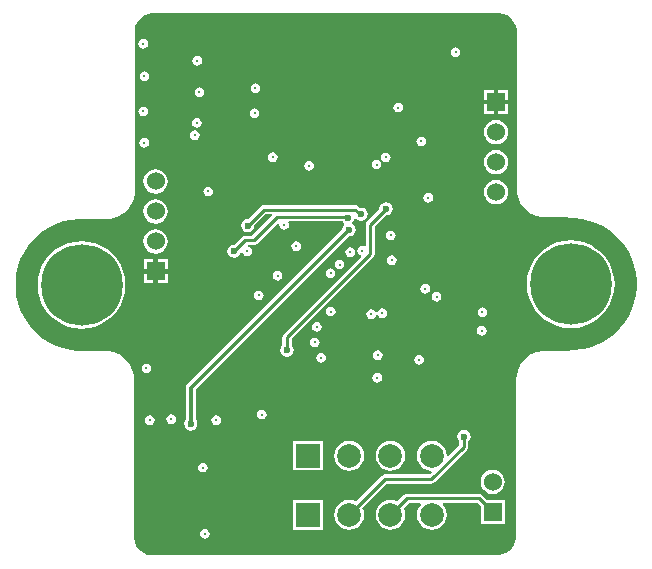
<source format=gbr>
%TF.GenerationSoftware,Altium Limited,Altium Designer,20.0.13 (296)*%
G04 Layer_Physical_Order=2*
G04 Layer_Color=36540*
%FSLAX25Y25*%
%MOIN*%
%TF.FileFunction,Copper,L2,Inr,Signal*%
%TF.Part,Single*%
G01*
G75*
%TA.AperFunction,Conductor*%
%ADD24C,0.01000*%
%ADD25C,0.01181*%
%TA.AperFunction,ComponentPad*%
%ADD28C,0.07874*%
%ADD29R,0.07874X0.07874*%
%ADD30R,0.06000X0.06000*%
%ADD31C,0.06000*%
%ADD32C,0.27165*%
%TA.AperFunction,ViaPad*%
%ADD33C,0.02362*%
%ADD34C,0.01181*%
G36*
X636023Y282060D02*
X637163Y281587D01*
X638190Y280901D01*
X639063Y280028D01*
X639749Y279001D01*
X640222Y277860D01*
X640462Y276649D01*
Y276032D01*
X640463Y276031D01*
X640462Y276031D01*
X640505Y223649D01*
X640521Y223566D01*
X640514Y223482D01*
X640592Y222743D01*
X640614Y222672D01*
Y222598D01*
X640915Y221084D01*
X640975Y220938D01*
X641006Y220783D01*
X641597Y219356D01*
X641685Y219225D01*
X641745Y219079D01*
X642603Y217795D01*
X642715Y217684D01*
X642802Y217552D01*
X643894Y216461D01*
X644025Y216373D01*
X644137Y216261D01*
X645421Y215404D01*
X645567Y215343D01*
X645698Y215255D01*
X647124Y214664D01*
X647279Y214633D01*
X647426Y214573D01*
X648939Y214272D01*
X649058D01*
X649174Y214243D01*
X649481Y214228D01*
X649653Y214194D01*
X649820Y214130D01*
X649958Y214133D01*
X650093Y214106D01*
X657766D01*
X657904Y214014D01*
X657968Y214001D01*
X658026Y213969D01*
X658274Y213941D01*
X658518Y213892D01*
X659755D01*
X662212Y213615D01*
X664623Y213065D01*
X666957Y212248D01*
X669185Y211175D01*
X671278Y209859D01*
X673212Y208318D01*
X674960Y206569D01*
X676502Y204636D01*
X677818Y202542D01*
X678891Y200314D01*
X679707Y197980D01*
X680258Y195569D01*
X680535Y193112D01*
Y190639D01*
X680258Y188182D01*
X679707Y185771D01*
X678891Y183437D01*
X677818Y181209D01*
X676502Y179115D01*
X674961Y177182D01*
X673212Y175433D01*
X671278Y173891D01*
X669185Y172576D01*
X666957Y171503D01*
X664623Y170686D01*
X662212Y170136D01*
X659755Y169859D01*
X658518D01*
X658359Y169827D01*
X658196Y169826D01*
X658055Y169767D01*
X658044Y169765D01*
X650206D01*
X650166Y169757D01*
X650127Y169763D01*
X649850Y169749D01*
X649850Y169749D01*
X649078Y169711D01*
X648963Y169682D01*
X648844D01*
X647330Y169381D01*
X647184Y169321D01*
X647029Y169290D01*
X645603Y168699D01*
X645471Y168611D01*
X645325Y168551D01*
X644042Y167693D01*
X643930Y167581D01*
X643798Y167493D01*
X642707Y166402D01*
X642619Y166271D01*
X642507Y166159D01*
X641650Y164875D01*
X641589Y164729D01*
X641501Y164598D01*
X640911Y163172D01*
X640880Y163017D01*
X640819Y162871D01*
X640518Y161356D01*
Y161238D01*
X640489Y161122D01*
X640479Y160921D01*
X640438Y160859D01*
X640407Y160700D01*
X640345Y160551D01*
X640346Y160396D01*
X640316Y160244D01*
Y108385D01*
X640285Y108322D01*
X640271Y108112D01*
X640230Y107905D01*
Y107288D01*
X639989Y106077D01*
X639516Y104936D01*
X638830Y103910D01*
X637957Y103036D01*
X636930Y102350D01*
X635790Y101878D01*
X634579Y101637D01*
X633961D01*
X633847Y101614D01*
X633730Y101620D01*
X633628Y101605D01*
X519570D01*
X519544Y101600D01*
X519517Y101604D01*
X519237Y101539D01*
X518956Y101483D01*
X518933Y101468D01*
X518907Y101462D01*
X518902Y101459D01*
X518632D01*
X517420Y101700D01*
X516280Y102173D01*
X515253Y102859D01*
X514380Y103732D01*
X513694Y104759D01*
X513221Y105899D01*
X512981Y107110D01*
Y107728D01*
X512954Y107859D01*
X512958Y107994D01*
X512909Y108123D01*
Y160204D01*
X512898Y160258D01*
X512906Y160314D01*
X512853Y161077D01*
X512826Y161177D01*
Y161281D01*
X512525Y162795D01*
X512464Y162941D01*
X512434Y163096D01*
X511843Y164522D01*
X511755Y164653D01*
X511694Y164799D01*
X510837Y166083D01*
X510725Y166195D01*
X510637Y166326D01*
X509546Y167418D01*
X509414Y167506D01*
X509303Y167617D01*
X508019Y168475D01*
X507873Y168535D01*
X507741Y168623D01*
X506315Y169214D01*
X506160Y169245D01*
X506014Y169305D01*
X504500Y169606D01*
X504381D01*
X504266Y169635D01*
X503494Y169673D01*
X503457Y169668D01*
X503420Y169675D01*
X495330Y169699D01*
X495183Y169670D01*
X495034Y169672D01*
X495013Y169664D01*
X494251D01*
X491794Y169941D01*
X489383Y170491D01*
X487049Y171308D01*
X484821Y172381D01*
X482727Y173696D01*
X480794Y175238D01*
X479045Y176987D01*
X477503Y178920D01*
X476188Y181014D01*
X475115Y183242D01*
X474298Y185576D01*
X473748Y187987D01*
X473471Y190444D01*
Y192917D01*
X473748Y195374D01*
X474298Y197785D01*
X475115Y200119D01*
X476188Y202347D01*
X477503Y204441D01*
X479045Y206374D01*
X480794Y208123D01*
X482727Y209665D01*
X484821Y210980D01*
X487049Y212053D01*
X489383Y212870D01*
X491794Y213420D01*
X494251Y213697D01*
X495487D01*
X495511Y213702D01*
X495536Y213698D01*
X495607Y213700D01*
X503643D01*
X503759Y213672D01*
X503828Y213684D01*
X503897Y213673D01*
X504668Y213711D01*
X504784Y213740D01*
X504903D01*
X506417Y214041D01*
X506563Y214102D01*
X506718Y214133D01*
X508144Y214723D01*
X508276Y214811D01*
X508422Y214872D01*
X509705Y215729D01*
X509817Y215841D01*
X509948Y215929D01*
X511040Y217020D01*
X511128Y217152D01*
X511239Y217264D01*
X512097Y218547D01*
X512158Y218693D01*
X512245Y218825D01*
X512836Y220251D01*
X512867Y220406D01*
X512927Y220552D01*
X513229Y222066D01*
Y222185D01*
X513258Y222300D01*
X513296Y223072D01*
X513289Y223112D01*
X513297Y223152D01*
X513259Y275551D01*
X513244Y275626D01*
X513252Y275704D01*
X513216Y276068D01*
Y276608D01*
X513457Y277819D01*
X513930Y278960D01*
X514616Y279987D01*
X515489Y280860D01*
X516516Y281546D01*
X517656Y282018D01*
X518867Y282259D01*
X519485D01*
X519489Y282260D01*
X519493Y282259D01*
X519775Y282261D01*
X633945Y282261D01*
X634070Y282286D01*
X634197Y282281D01*
X634321Y282300D01*
X634811D01*
X636023Y282060D01*
D02*
G37*
%LPC*%
G36*
X516063Y273619D02*
X515443Y273496D01*
X514916Y273144D01*
X514565Y272618D01*
X514441Y271997D01*
X514565Y271377D01*
X514916Y270850D01*
X515443Y270499D01*
X516063Y270376D01*
X516684Y270499D01*
X517210Y270850D01*
X517561Y271377D01*
X517685Y271997D01*
X517561Y272618D01*
X517210Y273144D01*
X516684Y273496D01*
X516063Y273619D01*
D02*
G37*
G36*
X620128Y270862D02*
X619508Y270739D01*
X618982Y270387D01*
X618630Y269861D01*
X618507Y269240D01*
X618630Y268620D01*
X618982Y268094D01*
X619508Y267742D01*
X620128Y267619D01*
X620749Y267742D01*
X621275Y268094D01*
X621627Y268620D01*
X621750Y269240D01*
X621627Y269861D01*
X621275Y270387D01*
X620749Y270739D01*
X620128Y270862D01*
D02*
G37*
G36*
X534004Y267950D02*
X533384Y267827D01*
X532857Y267475D01*
X532506Y266949D01*
X532382Y266329D01*
X532506Y265708D01*
X532857Y265182D01*
X533384Y264830D01*
X534004Y264707D01*
X534625Y264830D01*
X535151Y265182D01*
X535502Y265708D01*
X535626Y266329D01*
X535502Y266949D01*
X535151Y267475D01*
X534625Y267827D01*
X534004Y267950D01*
D02*
G37*
G36*
X516425Y262849D02*
X515804Y262725D01*
X515278Y262374D01*
X514927Y261848D01*
X514803Y261227D01*
X514927Y260606D01*
X515278Y260080D01*
X515804Y259729D01*
X516425Y259605D01*
X517046Y259729D01*
X517572Y260080D01*
X517923Y260606D01*
X518047Y261227D01*
X517923Y261848D01*
X517572Y262374D01*
X517046Y262725D01*
X516425Y262849D01*
D02*
G37*
G36*
X553455Y258872D02*
X552835Y258749D01*
X552308Y258397D01*
X551957Y257871D01*
X551833Y257251D01*
X551957Y256630D01*
X552308Y256104D01*
X552835Y255752D01*
X553455Y255629D01*
X554076Y255752D01*
X554602Y256104D01*
X554953Y256630D01*
X555077Y257251D01*
X554953Y257871D01*
X554602Y258397D01*
X554076Y258749D01*
X553455Y258872D01*
D02*
G37*
G36*
X534770Y257519D02*
X534150Y257396D01*
X533624Y257044D01*
X533272Y256518D01*
X533149Y255897D01*
X533272Y255277D01*
X533624Y254751D01*
X534150Y254399D01*
X534770Y254276D01*
X535391Y254399D01*
X535917Y254751D01*
X536269Y255277D01*
X536392Y255897D01*
X536269Y256518D01*
X535917Y257044D01*
X535391Y257396D01*
X534770Y257519D01*
D02*
G37*
G36*
X637638Y256554D02*
X634388D01*
Y253304D01*
X637638D01*
Y256554D01*
D02*
G37*
G36*
X632888D02*
X629638D01*
Y253304D01*
X632888D01*
Y256554D01*
D02*
G37*
G36*
X601079Y252366D02*
X600458Y252242D01*
X599932Y251891D01*
X599581Y251365D01*
X599457Y250744D01*
X599581Y250124D01*
X599932Y249597D01*
X600458Y249246D01*
X601079Y249122D01*
X601699Y249246D01*
X602226Y249597D01*
X602577Y250124D01*
X602701Y250744D01*
X602577Y251365D01*
X602226Y251891D01*
X601699Y252242D01*
X601079Y252366D01*
D02*
G37*
G36*
X637638Y251804D02*
X634388D01*
Y248554D01*
X637638D01*
Y251804D01*
D02*
G37*
G36*
X632888D02*
X629638D01*
Y248554D01*
X632888D01*
Y251804D01*
D02*
G37*
G36*
X516031Y251086D02*
X515410Y250962D01*
X514884Y250611D01*
X514533Y250085D01*
X514409Y249464D01*
X514533Y248843D01*
X514884Y248317D01*
X515410Y247966D01*
X516031Y247842D01*
X516652Y247966D01*
X517178Y248317D01*
X517529Y248843D01*
X517653Y249464D01*
X517529Y250085D01*
X517178Y250611D01*
X516652Y250962D01*
X516031Y251086D01*
D02*
G37*
G36*
X553138Y250459D02*
X552517Y250336D01*
X551991Y249984D01*
X551639Y249458D01*
X551516Y248837D01*
X551639Y248217D01*
X551991Y247691D01*
X552517Y247339D01*
X553138Y247216D01*
X553758Y247339D01*
X554284Y247691D01*
X554636Y248217D01*
X554759Y248837D01*
X554636Y249458D01*
X554284Y249984D01*
X553758Y250336D01*
X553138Y250459D01*
D02*
G37*
G36*
X533864Y247229D02*
X533243Y247105D01*
X532717Y246754D01*
X532366Y246227D01*
X532242Y245607D01*
X532366Y244986D01*
X532717Y244460D01*
X533243Y244109D01*
X533864Y243985D01*
X534484Y244109D01*
X535010Y244460D01*
X535362Y244986D01*
X535486Y245607D01*
X535362Y246227D01*
X535010Y246754D01*
X534484Y247105D01*
X533864Y247229D01*
D02*
G37*
G36*
X533209Y243112D02*
X532588Y242989D01*
X532062Y242637D01*
X531711Y242111D01*
X531587Y241490D01*
X531711Y240870D01*
X532062Y240344D01*
X532588Y239992D01*
X533209Y239869D01*
X533829Y239992D01*
X534356Y240344D01*
X534707Y240870D01*
X534831Y241490D01*
X534707Y242111D01*
X534356Y242637D01*
X533829Y242989D01*
X533209Y243112D01*
D02*
G37*
G36*
X633638Y246588D02*
X632593Y246451D01*
X631620Y246048D01*
X630785Y245407D01*
X630144Y244571D01*
X629740Y243598D01*
X629603Y242554D01*
X629740Y241510D01*
X630144Y240537D01*
X630785Y239701D01*
X631620Y239060D01*
X632593Y238657D01*
X633638Y238519D01*
X634682Y238657D01*
X635655Y239060D01*
X636490Y239701D01*
X637132Y240537D01*
X637535Y241510D01*
X637672Y242554D01*
X637535Y243598D01*
X637132Y244571D01*
X636490Y245407D01*
X635655Y246048D01*
X634682Y246451D01*
X633638Y246588D01*
D02*
G37*
G36*
X608696Y241067D02*
X608075Y240944D01*
X607549Y240592D01*
X607197Y240066D01*
X607074Y239446D01*
X607197Y238825D01*
X607549Y238299D01*
X608075Y237947D01*
X608696Y237824D01*
X609316Y237947D01*
X609842Y238299D01*
X610194Y238825D01*
X610317Y239446D01*
X610194Y240066D01*
X609842Y240592D01*
X609316Y240944D01*
X608696Y241067D01*
D02*
G37*
G36*
X516379Y240587D02*
X515758Y240464D01*
X515232Y240112D01*
X514881Y239586D01*
X514757Y238966D01*
X514881Y238345D01*
X515232Y237819D01*
X515758Y237467D01*
X516379Y237344D01*
X516999Y237467D01*
X517525Y237819D01*
X517877Y238345D01*
X518001Y238966D01*
X517877Y239586D01*
X517525Y240112D01*
X516999Y240464D01*
X516379Y240587D01*
D02*
G37*
G36*
X559179Y235800D02*
X558559Y235676D01*
X558033Y235325D01*
X557681Y234798D01*
X557558Y234178D01*
X557681Y233557D01*
X558033Y233031D01*
X558559Y232680D01*
X559179Y232556D01*
X559800Y232680D01*
X560326Y233031D01*
X560678Y233557D01*
X560801Y234178D01*
X560678Y234798D01*
X560326Y235325D01*
X559800Y235676D01*
X559179Y235800D01*
D02*
G37*
G36*
X596928Y235755D02*
X596307Y235631D01*
X595781Y235280D01*
X595430Y234754D01*
X595306Y234133D01*
X595430Y233512D01*
X595781Y232986D01*
X596307Y232635D01*
X596928Y232511D01*
X597548Y232635D01*
X598075Y232986D01*
X598426Y233512D01*
X598550Y234133D01*
X598426Y234754D01*
X598075Y235280D01*
X597548Y235631D01*
X596928Y235755D01*
D02*
G37*
G36*
X593819Y233368D02*
X593198Y233245D01*
X592672Y232893D01*
X592320Y232367D01*
X592197Y231747D01*
X592320Y231126D01*
X592672Y230600D01*
X593198Y230248D01*
X593819Y230125D01*
X594439Y230248D01*
X594965Y230600D01*
X595317Y231126D01*
X595440Y231747D01*
X595317Y232367D01*
X594965Y232893D01*
X594439Y233245D01*
X593819Y233368D01*
D02*
G37*
G36*
X571304Y232987D02*
X570683Y232863D01*
X570157Y232512D01*
X569805Y231985D01*
X569682Y231365D01*
X569805Y230744D01*
X570157Y230218D01*
X570683Y229867D01*
X571304Y229743D01*
X571924Y229867D01*
X572450Y230218D01*
X572802Y230744D01*
X572925Y231365D01*
X572802Y231985D01*
X572450Y232512D01*
X571924Y232863D01*
X571304Y232987D01*
D02*
G37*
G36*
X633638Y236588D02*
X632593Y236451D01*
X631620Y236048D01*
X630785Y235407D01*
X630144Y234571D01*
X629740Y233598D01*
X629603Y232554D01*
X629740Y231510D01*
X630144Y230537D01*
X630785Y229701D01*
X631620Y229060D01*
X632593Y228657D01*
X633638Y228519D01*
X634682Y228657D01*
X635655Y229060D01*
X636490Y229701D01*
X637132Y230537D01*
X637535Y231510D01*
X637672Y232554D01*
X637535Y233598D01*
X637132Y234571D01*
X636490Y235407D01*
X635655Y236048D01*
X634682Y236451D01*
X633638Y236588D01*
D02*
G37*
G36*
X520139Y230171D02*
X519095Y230034D01*
X518122Y229631D01*
X517286Y228990D01*
X516645Y228154D01*
X516242Y227181D01*
X516105Y226137D01*
X516242Y225093D01*
X516645Y224120D01*
X517286Y223284D01*
X518122Y222643D01*
X519095Y222240D01*
X520139Y222102D01*
X521183Y222240D01*
X522156Y222643D01*
X522992Y223284D01*
X523633Y224120D01*
X524036Y225093D01*
X524173Y226137D01*
X524036Y227181D01*
X523633Y228154D01*
X522992Y228990D01*
X522156Y229631D01*
X521183Y230034D01*
X520139Y230171D01*
D02*
G37*
G36*
X537640Y224404D02*
X537020Y224281D01*
X536494Y223929D01*
X536142Y223403D01*
X536019Y222783D01*
X536142Y222162D01*
X536494Y221636D01*
X537020Y221284D01*
X537640Y221161D01*
X538261Y221284D01*
X538787Y221636D01*
X539139Y222162D01*
X539262Y222783D01*
X539139Y223403D01*
X538787Y223929D01*
X538261Y224281D01*
X537640Y224404D01*
D02*
G37*
G36*
X611007Y222298D02*
X610387Y222175D01*
X609860Y221823D01*
X609509Y221297D01*
X609385Y220676D01*
X609509Y220056D01*
X609860Y219530D01*
X610387Y219178D01*
X611007Y219055D01*
X611628Y219178D01*
X612154Y219530D01*
X612505Y220056D01*
X612629Y220676D01*
X612505Y221297D01*
X612154Y221823D01*
X611628Y222175D01*
X611007Y222298D01*
D02*
G37*
G36*
X633638Y226588D02*
X632593Y226451D01*
X631620Y226048D01*
X630785Y225407D01*
X630144Y224571D01*
X629740Y223598D01*
X629603Y222554D01*
X629740Y221510D01*
X630144Y220537D01*
X630785Y219701D01*
X631620Y219060D01*
X632593Y218657D01*
X633638Y218519D01*
X634682Y218657D01*
X635655Y219060D01*
X636490Y219701D01*
X637132Y220537D01*
X637535Y221510D01*
X637672Y222554D01*
X637535Y223598D01*
X637132Y224571D01*
X636490Y225407D01*
X635655Y226048D01*
X634682Y226451D01*
X633638Y226588D01*
D02*
G37*
G36*
X597000Y219224D02*
X596149Y219055D01*
X595428Y218572D01*
X594945Y217851D01*
X594776Y217000D01*
X594786Y216949D01*
X590608Y212771D01*
X590277Y212275D01*
X590160Y211690D01*
Y204669D01*
X589719Y204433D01*
X589645Y204483D01*
X589024Y204606D01*
X588404Y204483D01*
X587878Y204131D01*
X587526Y203605D01*
X587403Y202985D01*
X587526Y202364D01*
X587878Y201838D01*
X588404Y201486D01*
X588491Y201469D01*
X588637Y200991D01*
X562867Y175221D01*
X562536Y174725D01*
X562420Y174140D01*
Y171469D01*
X562376Y171440D01*
X561894Y170719D01*
X561725Y169868D01*
X561894Y169017D01*
X562376Y168295D01*
X563098Y167813D01*
X563949Y167644D01*
X564800Y167813D01*
X565521Y168295D01*
X566004Y169017D01*
X566173Y169868D01*
X566004Y170719D01*
X565521Y171440D01*
X565478Y171469D01*
Y173506D01*
X592771Y200799D01*
X593103Y201295D01*
X593219Y201881D01*
Y211056D01*
X596949Y214786D01*
X597000Y214776D01*
X597851Y214945D01*
X598572Y215427D01*
X599055Y216149D01*
X599224Y217000D01*
X599055Y217851D01*
X598572Y218572D01*
X597851Y219055D01*
X597000Y219224D01*
D02*
G37*
G36*
X586692Y218293D02*
X556254D01*
X555669Y218176D01*
X555173Y217845D01*
X550943Y213615D01*
X550892Y213625D01*
X550041Y213456D01*
X549320Y212974D01*
X548838Y212252D01*
X548668Y211402D01*
X548838Y210550D01*
X549320Y209829D01*
X550041Y209347D01*
X550892Y209178D01*
X551743Y209347D01*
X552465Y209829D01*
X552947Y210550D01*
X553116Y211402D01*
X553106Y211452D01*
X556888Y215234D01*
X558807D01*
X558998Y214772D01*
X552227Y208001D01*
X549968D01*
X549383Y207885D01*
X548886Y207553D01*
X546396Y205062D01*
X546345Y205072D01*
X545494Y204903D01*
X544772Y204421D01*
X544290Y203700D01*
X544121Y202849D01*
X544290Y201997D01*
X544772Y201276D01*
X545494Y200794D01*
X546345Y200625D01*
X547196Y200794D01*
X547917Y201276D01*
X548399Y201997D01*
X548488Y202445D01*
X548602Y202499D01*
X549163Y202242D01*
X549515Y201716D01*
X550041Y201364D01*
X550662Y201241D01*
X551282Y201364D01*
X551808Y201716D01*
X552160Y202242D01*
X552283Y202863D01*
X552160Y203483D01*
X551808Y204009D01*
X551282Y204361D01*
X550874Y204442D01*
X550923Y204942D01*
X552860D01*
X553446Y205059D01*
X553942Y205390D01*
X560873Y212321D01*
X560993Y212307D01*
X561394Y211759D01*
X561378Y211675D01*
X561501Y211054D01*
X561853Y210528D01*
X562379Y210176D01*
X562999Y210053D01*
X563620Y210176D01*
X564146Y210528D01*
X564498Y211054D01*
X564621Y211675D01*
X564498Y212295D01*
X564448Y212370D01*
X564683Y212811D01*
X582508D01*
X582699Y212526D01*
X583123Y212242D01*
Y211641D01*
X583048Y211591D01*
X582566Y210869D01*
X582414Y210105D01*
X530753Y158444D01*
X530402Y157918D01*
X530278Y157298D01*
Y146796D01*
X529845Y146148D01*
X529676Y145297D01*
X529845Y144446D01*
X530328Y143725D01*
X531049Y143243D01*
X531900Y143073D01*
X532751Y143243D01*
X533472Y143725D01*
X533955Y144446D01*
X534124Y145297D01*
X533955Y146148D01*
X533522Y146796D01*
Y156626D01*
X584708Y207812D01*
X585472Y207964D01*
X586193Y208446D01*
X586675Y209167D01*
X586844Y210018D01*
X586675Y210869D01*
X586193Y211591D01*
X585769Y211874D01*
Y212476D01*
X585844Y212526D01*
X586326Y213247D01*
X586412Y213681D01*
X586943Y213786D01*
X587044Y213634D01*
X587766Y213152D01*
X588617Y212983D01*
X589468Y213152D01*
X590189Y213634D01*
X590671Y214356D01*
X590841Y215207D01*
X590671Y216058D01*
X590189Y216779D01*
X589468Y217262D01*
X588617Y217431D01*
X588259Y217359D01*
X587773Y217845D01*
X587277Y218176D01*
X586692Y218293D01*
D02*
G37*
G36*
X520139Y220171D02*
X519095Y220034D01*
X518122Y219631D01*
X517286Y218990D01*
X516645Y218154D01*
X516242Y217181D01*
X516105Y216137D01*
X516242Y215093D01*
X516645Y214120D01*
X517286Y213284D01*
X518122Y212643D01*
X519095Y212240D01*
X520139Y212102D01*
X521183Y212240D01*
X522156Y212643D01*
X522992Y213284D01*
X523633Y214120D01*
X524036Y215093D01*
X524173Y216137D01*
X524036Y217181D01*
X523633Y218154D01*
X522992Y218990D01*
X522156Y219631D01*
X521183Y220034D01*
X520139Y220171D01*
D02*
G37*
G36*
X598553Y209764D02*
X597932Y209641D01*
X597406Y209289D01*
X597054Y208763D01*
X596931Y208143D01*
X597054Y207522D01*
X597406Y206996D01*
X597932Y206644D01*
X598553Y206521D01*
X599173Y206644D01*
X599699Y206996D01*
X600051Y207522D01*
X600174Y208143D01*
X600051Y208763D01*
X599699Y209289D01*
X599173Y209641D01*
X598553Y209764D01*
D02*
G37*
G36*
X567000Y206122D02*
X566379Y205998D01*
X565853Y205647D01*
X565502Y205121D01*
X565378Y204500D01*
X565502Y203879D01*
X565853Y203353D01*
X566379Y203002D01*
X567000Y202878D01*
X567621Y203002D01*
X568147Y203353D01*
X568498Y203879D01*
X568622Y204500D01*
X568498Y205121D01*
X568147Y205647D01*
X567621Y205998D01*
X567000Y206122D01*
D02*
G37*
G36*
X520139Y210171D02*
X519095Y210034D01*
X518122Y209631D01*
X517286Y208990D01*
X516645Y208154D01*
X516242Y207181D01*
X516105Y206137D01*
X516242Y205093D01*
X516645Y204120D01*
X517286Y203284D01*
X518122Y202643D01*
X519095Y202240D01*
X520139Y202102D01*
X521183Y202240D01*
X522156Y202643D01*
X522992Y203284D01*
X523633Y204120D01*
X524036Y205093D01*
X524173Y206137D01*
X524036Y207181D01*
X523633Y208154D01*
X522992Y208990D01*
X522156Y209631D01*
X521183Y210034D01*
X520139Y210171D01*
D02*
G37*
G36*
X585000Y204122D02*
X584379Y203998D01*
X583853Y203647D01*
X583502Y203121D01*
X583378Y202500D01*
X583502Y201879D01*
X583853Y201353D01*
X584379Y201002D01*
X585000Y200878D01*
X585621Y201002D01*
X586147Y201353D01*
X586498Y201879D01*
X586622Y202500D01*
X586498Y203121D01*
X586147Y203647D01*
X585621Y203998D01*
X585000Y204122D01*
D02*
G37*
G36*
X598907Y201485D02*
X598286Y201361D01*
X597760Y201010D01*
X597409Y200483D01*
X597285Y199863D01*
X597409Y199242D01*
X597760Y198716D01*
X598286Y198365D01*
X598907Y198241D01*
X599528Y198365D01*
X600054Y198716D01*
X600405Y199242D01*
X600529Y199863D01*
X600405Y200483D01*
X600054Y201010D01*
X599528Y201361D01*
X598907Y201485D01*
D02*
G37*
G36*
X524139Y200137D02*
X520889D01*
Y196887D01*
X524139D01*
Y200137D01*
D02*
G37*
G36*
X519389D02*
X516139D01*
Y196887D01*
X519389D01*
Y200137D01*
D02*
G37*
G36*
X581463Y200044D02*
X580843Y199920D01*
X580317Y199569D01*
X579965Y199043D01*
X579842Y198422D01*
X579965Y197802D01*
X580317Y197275D01*
X580843Y196924D01*
X581463Y196800D01*
X582084Y196924D01*
X582610Y197275D01*
X582962Y197802D01*
X583085Y198422D01*
X582962Y199043D01*
X582610Y199569D01*
X582084Y199920D01*
X581463Y200044D01*
D02*
G37*
G36*
X578500Y197122D02*
X577879Y196998D01*
X577353Y196647D01*
X577002Y196121D01*
X576878Y195500D01*
X577002Y194879D01*
X577353Y194353D01*
X577879Y194002D01*
X578500Y193878D01*
X579121Y194002D01*
X579647Y194353D01*
X579998Y194879D01*
X580122Y195500D01*
X579998Y196121D01*
X579647Y196647D01*
X579121Y196998D01*
X578500Y197122D01*
D02*
G37*
G36*
X560797Y196290D02*
X560177Y196167D01*
X559651Y195815D01*
X559299Y195289D01*
X559176Y194669D01*
X559299Y194048D01*
X559651Y193522D01*
X560177Y193170D01*
X560797Y193047D01*
X561418Y193170D01*
X561944Y193522D01*
X562295Y194048D01*
X562419Y194669D01*
X562295Y195289D01*
X561944Y195815D01*
X561418Y196167D01*
X560797Y196290D01*
D02*
G37*
G36*
X524139Y195387D02*
X520889D01*
Y192137D01*
X524139D01*
Y195387D01*
D02*
G37*
G36*
X519389D02*
X516139D01*
Y192137D01*
X519389D01*
Y195387D01*
D02*
G37*
G36*
X610056Y192007D02*
X609436Y191884D01*
X608910Y191532D01*
X608558Y191006D01*
X608435Y190386D01*
X608558Y189765D01*
X608910Y189239D01*
X609436Y188887D01*
X610056Y188764D01*
X610677Y188887D01*
X611203Y189239D01*
X611555Y189765D01*
X611678Y190386D01*
X611555Y191006D01*
X611203Y191532D01*
X610677Y191884D01*
X610056Y192007D01*
D02*
G37*
G36*
X554583Y189745D02*
X553963Y189622D01*
X553436Y189270D01*
X553085Y188744D01*
X552961Y188124D01*
X553085Y187503D01*
X553436Y186977D01*
X553963Y186625D01*
X554583Y186502D01*
X555204Y186625D01*
X555730Y186977D01*
X556081Y187503D01*
X556205Y188124D01*
X556081Y188744D01*
X555730Y189270D01*
X555204Y189622D01*
X554583Y189745D01*
D02*
G37*
G36*
X613836Y189294D02*
X613215Y189170D01*
X612689Y188819D01*
X612338Y188293D01*
X612214Y187672D01*
X612338Y187051D01*
X612689Y186525D01*
X613215Y186174D01*
X613836Y186050D01*
X614457Y186174D01*
X614983Y186525D01*
X615334Y187051D01*
X615458Y187672D01*
X615334Y188293D01*
X614983Y188819D01*
X614457Y189170D01*
X613836Y189294D01*
D02*
G37*
G36*
X595668Y183828D02*
X595047Y183705D01*
X594521Y183353D01*
X594170Y182827D01*
X594082Y182386D01*
X594046Y182206D01*
X593561Y182136D01*
X593498Y182454D01*
X593147Y182980D01*
X592621Y183332D01*
X592000Y183455D01*
X591379Y183332D01*
X590853Y182980D01*
X590502Y182454D01*
X590378Y181833D01*
X590502Y181213D01*
X590853Y180687D01*
X591379Y180335D01*
X592000Y180212D01*
X592621Y180335D01*
X593147Y180687D01*
X593498Y181213D01*
X593586Y181653D01*
X593622Y181833D01*
X594107Y181903D01*
X594170Y181586D01*
X594521Y181060D01*
X595047Y180708D01*
X595668Y180585D01*
X596289Y180708D01*
X596815Y181060D01*
X597166Y181586D01*
X597290Y182206D01*
X597166Y182827D01*
X596815Y183353D01*
X596289Y183705D01*
X595668Y183828D01*
D02*
G37*
G36*
X578505Y184390D02*
X577884Y184266D01*
X577358Y183915D01*
X577006Y183388D01*
X576883Y182768D01*
X577006Y182147D01*
X577358Y181621D01*
X577884Y181270D01*
X578505Y181146D01*
X579125Y181270D01*
X579651Y181621D01*
X580003Y182147D01*
X580126Y182768D01*
X580003Y183388D01*
X579651Y183915D01*
X579125Y184266D01*
X578505Y184390D01*
D02*
G37*
G36*
X629082Y184217D02*
X628462Y184094D01*
X627935Y183742D01*
X627584Y183216D01*
X627460Y182595D01*
X627584Y181975D01*
X627935Y181449D01*
X628462Y181097D01*
X629082Y180974D01*
X629703Y181097D01*
X630229Y181449D01*
X630580Y181975D01*
X630704Y182595D01*
X630580Y183216D01*
X630229Y183742D01*
X629703Y184094D01*
X629082Y184217D01*
D02*
G37*
G36*
X658523Y206497D02*
X656235Y206317D01*
X654003Y205781D01*
X651883Y204903D01*
X649925Y203703D01*
X648180Y202213D01*
X646689Y200467D01*
X645490Y198510D01*
X644612Y196390D01*
X644076Y194158D01*
X643896Y191869D01*
X644076Y189581D01*
X644612Y187349D01*
X645490Y185229D01*
X646689Y183271D01*
X648180Y181526D01*
X649925Y180035D01*
X651883Y178836D01*
X654003Y177957D01*
X656235Y177422D01*
X658523Y177242D01*
X660812Y177422D01*
X663044Y177957D01*
X665164Y178836D01*
X667121Y180035D01*
X668867Y181526D01*
X670358Y183271D01*
X671557Y185229D01*
X672435Y187349D01*
X672971Y189581D01*
X673151Y191869D01*
X672971Y194158D01*
X672435Y196390D01*
X671557Y198510D01*
X670358Y200467D01*
X668867Y202213D01*
X667121Y203703D01*
X665164Y204903D01*
X663044Y205781D01*
X660812Y206317D01*
X658523Y206497D01*
D02*
G37*
G36*
X495469Y206235D02*
X493180Y206055D01*
X490948Y205519D01*
X488828Y204640D01*
X486871Y203441D01*
X485125Y201950D01*
X483635Y200205D01*
X482435Y198248D01*
X481557Y196127D01*
X481021Y193895D01*
X480841Y191607D01*
X481021Y189319D01*
X481557Y187087D01*
X482435Y184966D01*
X483635Y183009D01*
X485125Y181263D01*
X486871Y179773D01*
X488828Y178574D01*
X490948Y177695D01*
X493180Y177159D01*
X495469Y176979D01*
X497757Y177159D01*
X499989Y177695D01*
X502109Y178574D01*
X504067Y179773D01*
X505812Y181263D01*
X507303Y183009D01*
X508502Y184966D01*
X509380Y187087D01*
X509916Y189319D01*
X510096Y191607D01*
X509916Y193895D01*
X509380Y196127D01*
X508502Y198248D01*
X507303Y200205D01*
X505812Y201950D01*
X504067Y203441D01*
X502109Y204640D01*
X499989Y205519D01*
X497757Y206055D01*
X495469Y206235D01*
D02*
G37*
G36*
X573895Y179230D02*
X573275Y179107D01*
X572748Y178755D01*
X572397Y178229D01*
X572273Y177609D01*
X572397Y176988D01*
X572748Y176462D01*
X573275Y176110D01*
X573895Y175987D01*
X574516Y176110D01*
X575042Y176462D01*
X575393Y176988D01*
X575517Y177609D01*
X575393Y178229D01*
X575042Y178755D01*
X574516Y179107D01*
X573895Y179230D01*
D02*
G37*
G36*
X628868Y177994D02*
X628247Y177870D01*
X627721Y177519D01*
X627369Y176993D01*
X627246Y176372D01*
X627369Y175751D01*
X627721Y175225D01*
X628247Y174874D01*
X628868Y174750D01*
X629488Y174874D01*
X630014Y175225D01*
X630366Y175751D01*
X630489Y176372D01*
X630366Y176993D01*
X630014Y177519D01*
X629488Y177870D01*
X628868Y177994D01*
D02*
G37*
G36*
X573182Y174064D02*
X572561Y173941D01*
X572035Y173589D01*
X571684Y173063D01*
X571560Y172442D01*
X571684Y171822D01*
X572035Y171295D01*
X572561Y170944D01*
X573182Y170820D01*
X573802Y170944D01*
X574329Y171295D01*
X574680Y171822D01*
X574803Y172442D01*
X574680Y173063D01*
X574329Y173589D01*
X573802Y173941D01*
X573182Y174064D01*
D02*
G37*
G36*
X594271Y169778D02*
X593650Y169654D01*
X593124Y169303D01*
X592773Y168777D01*
X592649Y168156D01*
X592773Y167535D01*
X593124Y167009D01*
X593650Y166658D01*
X594271Y166534D01*
X594892Y166658D01*
X595418Y167009D01*
X595769Y167535D01*
X595893Y168156D01*
X595769Y168777D01*
X595418Y169303D01*
X594892Y169654D01*
X594271Y169778D01*
D02*
G37*
G36*
X575311Y168983D02*
X574690Y168860D01*
X574164Y168508D01*
X573813Y167982D01*
X573689Y167361D01*
X573813Y166741D01*
X574164Y166215D01*
X574690Y165863D01*
X575311Y165740D01*
X575932Y165863D01*
X576458Y166215D01*
X576809Y166741D01*
X576933Y167361D01*
X576809Y167982D01*
X576458Y168508D01*
X575932Y168860D01*
X575311Y168983D01*
D02*
G37*
G36*
X607977Y168340D02*
X607356Y168217D01*
X606830Y167865D01*
X606479Y167339D01*
X606355Y166718D01*
X606479Y166098D01*
X606830Y165571D01*
X607356Y165220D01*
X607977Y165096D01*
X608598Y165220D01*
X609124Y165571D01*
X609475Y166098D01*
X609599Y166718D01*
X609475Y167339D01*
X609124Y167865D01*
X608598Y168217D01*
X607977Y168340D01*
D02*
G37*
G36*
X517109Y165422D02*
X516489Y165299D01*
X515963Y164947D01*
X515611Y164421D01*
X515488Y163801D01*
X515611Y163180D01*
X515963Y162654D01*
X516489Y162302D01*
X517109Y162179D01*
X517730Y162302D01*
X518256Y162654D01*
X518608Y163180D01*
X518731Y163801D01*
X518608Y164421D01*
X518256Y164947D01*
X517730Y165299D01*
X517109Y165422D01*
D02*
G37*
G36*
X594007Y162338D02*
X593386Y162215D01*
X592860Y161863D01*
X592508Y161337D01*
X592385Y160716D01*
X592508Y160096D01*
X592860Y159570D01*
X593386Y159218D01*
X594007Y159095D01*
X594627Y159218D01*
X595153Y159570D01*
X595505Y160096D01*
X595628Y160716D01*
X595505Y161337D01*
X595153Y161863D01*
X594627Y162215D01*
X594007Y162338D01*
D02*
G37*
G36*
X555546Y150024D02*
X554926Y149901D01*
X554400Y149549D01*
X554048Y149023D01*
X553925Y148403D01*
X554048Y147782D01*
X554400Y147256D01*
X554926Y146905D01*
X555546Y146781D01*
X556167Y146905D01*
X556693Y147256D01*
X557045Y147782D01*
X557168Y148403D01*
X557045Y149023D01*
X556693Y149549D01*
X556167Y149901D01*
X555546Y150024D01*
D02*
G37*
G36*
X525412Y148516D02*
X524791Y148392D01*
X524265Y148041D01*
X523913Y147515D01*
X523790Y146894D01*
X523913Y146273D01*
X524265Y145747D01*
X524791Y145396D01*
X525412Y145272D01*
X526032Y145396D01*
X526558Y145747D01*
X526910Y146273D01*
X527033Y146894D01*
X526910Y147515D01*
X526558Y148041D01*
X526032Y148392D01*
X525412Y148516D01*
D02*
G37*
G36*
X518172Y148181D02*
X517551Y148057D01*
X517025Y147706D01*
X516673Y147179D01*
X516550Y146559D01*
X516673Y145938D01*
X517025Y145412D01*
X517551Y145061D01*
X518172Y144937D01*
X518792Y145061D01*
X519318Y145412D01*
X519670Y145938D01*
X519793Y146559D01*
X519670Y147179D01*
X519318Y147706D01*
X518792Y148057D01*
X518172Y148181D01*
D02*
G37*
G36*
X540353Y148148D02*
X539733Y148024D01*
X539206Y147673D01*
X538855Y147147D01*
X538731Y146526D01*
X538855Y145906D01*
X539206Y145380D01*
X539733Y145028D01*
X540353Y144905D01*
X540974Y145028D01*
X541500Y145380D01*
X541851Y145906D01*
X541975Y146526D01*
X541851Y147147D01*
X541500Y147673D01*
X540974Y148024D01*
X540353Y148148D01*
D02*
G37*
G36*
X622921Y143292D02*
X622070Y143123D01*
X621348Y142640D01*
X620866Y141919D01*
X620697Y141068D01*
X620866Y140217D01*
X621348Y139496D01*
X621391Y139467D01*
Y138373D01*
X617674Y134655D01*
X617191Y134880D01*
X617043Y136007D01*
X616545Y137208D01*
X615754Y138239D01*
X614723Y139031D01*
X613522Y139528D01*
X612233Y139698D01*
X610944Y139528D01*
X609743Y139031D01*
X608712Y138239D01*
X607920Y137208D01*
X607423Y136007D01*
X607253Y134718D01*
X607423Y133429D01*
X607920Y132228D01*
X608712Y131197D01*
X609743Y130406D01*
X610944Y129908D01*
X612071Y129760D01*
X612296Y129277D01*
X611461Y128443D01*
X596554D01*
X595969Y128326D01*
X595473Y127995D01*
X586923Y119445D01*
X585962Y119843D01*
X584674Y120013D01*
X583385Y119843D01*
X582184Y119345D01*
X581152Y118554D01*
X580361Y117523D01*
X579864Y116322D01*
X579694Y115033D01*
X579864Y113744D01*
X580361Y112543D01*
X581152Y111512D01*
X582184Y110721D01*
X583385Y110223D01*
X584674Y110053D01*
X585962Y110223D01*
X587163Y110721D01*
X588195Y111512D01*
X588986Y112543D01*
X589483Y113744D01*
X589653Y115033D01*
X589483Y116322D01*
X589086Y117282D01*
X597188Y125384D01*
X612095D01*
X612680Y125501D01*
X613176Y125832D01*
X624002Y136658D01*
X624334Y137154D01*
X624450Y137739D01*
Y139467D01*
X624493Y139496D01*
X624975Y140217D01*
X625145Y141068D01*
X624975Y141919D01*
X624493Y142640D01*
X623772Y143123D01*
X622921Y143292D01*
D02*
G37*
G36*
X575831Y139655D02*
X565957D01*
Y129781D01*
X575831D01*
Y139655D01*
D02*
G37*
G36*
X598453Y139698D02*
X597164Y139528D01*
X595963Y139031D01*
X594932Y138239D01*
X594141Y137208D01*
X593643Y136007D01*
X593474Y134718D01*
X593643Y133429D01*
X594141Y132228D01*
X594932Y131197D01*
X595963Y130406D01*
X597164Y129908D01*
X598453Y129738D01*
X599742Y129908D01*
X600943Y130406D01*
X601974Y131197D01*
X602766Y132228D01*
X603263Y133429D01*
X603433Y134718D01*
X603263Y136007D01*
X602766Y137208D01*
X601974Y138239D01*
X600943Y139031D01*
X599742Y139528D01*
X598453Y139698D01*
D02*
G37*
G36*
X584674D02*
X583385Y139528D01*
X582184Y139031D01*
X581152Y138239D01*
X580361Y137208D01*
X579864Y136007D01*
X579694Y134718D01*
X579864Y133429D01*
X580361Y132228D01*
X581152Y131197D01*
X582184Y130406D01*
X583385Y129908D01*
X584674Y129738D01*
X585962Y129908D01*
X587163Y130406D01*
X588195Y131197D01*
X588986Y132228D01*
X589483Y133429D01*
X589653Y134718D01*
X589483Y136007D01*
X588986Y137208D01*
X588195Y138239D01*
X587163Y139031D01*
X585962Y139528D01*
X584674Y139698D01*
D02*
G37*
G36*
X535945Y132347D02*
X535324Y132224D01*
X534798Y131872D01*
X534447Y131346D01*
X534323Y130725D01*
X534447Y130105D01*
X534798Y129579D01*
X535324Y129227D01*
X535945Y129104D01*
X536566Y129227D01*
X537092Y129579D01*
X537443Y130105D01*
X537567Y130725D01*
X537443Y131346D01*
X537092Y131872D01*
X536566Y132224D01*
X535945Y132347D01*
D02*
G37*
G36*
X632500Y129995D02*
X631456Y129858D01*
X630483Y129455D01*
X629647Y128814D01*
X629006Y127978D01*
X628603Y127005D01*
X628466Y125961D01*
X628603Y124916D01*
X629006Y123943D01*
X629647Y123108D01*
X630483Y122467D01*
X631456Y122064D01*
X632500Y121926D01*
X633544Y122064D01*
X634517Y122467D01*
X635353Y123108D01*
X635994Y123943D01*
X636397Y124916D01*
X636535Y125961D01*
X636397Y127005D01*
X635994Y127978D01*
X635353Y128814D01*
X634517Y129455D01*
X633544Y129858D01*
X632500Y129995D01*
D02*
G37*
G36*
X628006Y121984D02*
X603874D01*
X603289Y121867D01*
X602793Y121536D01*
X600702Y119445D01*
X599742Y119843D01*
X598453Y120013D01*
X597164Y119843D01*
X595963Y119345D01*
X594932Y118554D01*
X594141Y117523D01*
X593643Y116322D01*
X593474Y115033D01*
X593643Y113744D01*
X594141Y112543D01*
X594932Y111512D01*
X595963Y110721D01*
X597164Y110223D01*
X598453Y110053D01*
X599742Y110223D01*
X600943Y110721D01*
X601974Y111512D01*
X602766Y112543D01*
X603263Y113744D01*
X603433Y115033D01*
X603263Y116322D01*
X602865Y117282D01*
X604508Y118925D01*
X608430D01*
X608612Y118425D01*
X607920Y117523D01*
X607423Y116322D01*
X607253Y115033D01*
X607423Y113744D01*
X607920Y112543D01*
X608712Y111512D01*
X609743Y110721D01*
X610944Y110223D01*
X612233Y110053D01*
X613522Y110223D01*
X614723Y110721D01*
X615754Y111512D01*
X616545Y112543D01*
X617043Y113744D01*
X617212Y115033D01*
X617043Y116322D01*
X616545Y117523D01*
X615853Y118425D01*
X616036Y118925D01*
X627373D01*
X628500Y117798D01*
Y111961D01*
X636500D01*
Y119961D01*
X630663D01*
X629088Y121536D01*
X628592Y121867D01*
X628006Y121984D01*
D02*
G37*
G36*
X575831Y119970D02*
X565957D01*
Y110096D01*
X575831D01*
Y119970D01*
D02*
G37*
G36*
X536610Y110230D02*
X535989Y110106D01*
X535463Y109755D01*
X535111Y109229D01*
X534988Y108608D01*
X535111Y107987D01*
X535463Y107461D01*
X535989Y107110D01*
X536610Y106986D01*
X537230Y107110D01*
X537756Y107461D01*
X538108Y107987D01*
X538231Y108608D01*
X538108Y109229D01*
X537756Y109755D01*
X537230Y110106D01*
X536610Y110230D01*
D02*
G37*
%LPD*%
D24*
X550892Y211402D02*
X556254Y216763D01*
X563949Y174140D02*
X591690Y201881D01*
X588248Y215207D02*
X588617D01*
X549968Y206471D02*
X552860D01*
X563949Y169868D02*
Y174140D01*
X556254Y216763D02*
X586692D01*
X591690Y211690D02*
X597000Y217000D01*
X546345Y202849D02*
X549968Y206471D01*
X552860D02*
X560729Y214340D01*
X584029D01*
X586692Y216763D02*
X588248Y215207D01*
X591690Y201881D02*
Y211690D01*
X584029Y214340D02*
X584271Y214098D01*
X622921Y137739D02*
Y141068D01*
X612095Y126913D02*
X622921Y137739D01*
X596554Y126913D02*
X612095D01*
X584674Y115033D02*
X596554Y126913D01*
X598453Y115033D02*
X603874Y120454D01*
X628006D01*
X632500Y115961D01*
D25*
X531900Y157298D02*
X584621Y210018D01*
X531900Y145297D02*
Y157298D01*
D28*
X598453Y115033D02*
D03*
X584674D02*
D03*
Y134718D02*
D03*
X598453D02*
D03*
X612233D02*
D03*
Y115033D02*
D03*
D29*
X570894D02*
D03*
Y134718D02*
D03*
D30*
X632500Y115961D02*
D03*
X520139Y196137D02*
D03*
X633638Y252554D02*
D03*
D31*
X632500Y125961D02*
D03*
X520139Y226137D02*
D03*
Y206137D02*
D03*
Y216137D02*
D03*
X633638Y222554D02*
D03*
Y242554D02*
D03*
Y232554D02*
D03*
D32*
X495469Y191607D02*
D03*
X658523Y191869D02*
D03*
D33*
X599549Y211605D02*
D03*
X597000Y217000D02*
D03*
X566257Y157135D02*
D03*
X552779Y193870D02*
D03*
X546345Y202849D02*
D03*
X550892Y211402D02*
D03*
X584621Y210018D02*
D03*
X549389Y216043D02*
D03*
X588617Y215207D02*
D03*
X584271Y214098D02*
D03*
X536098Y166442D02*
D03*
X536243Y171330D02*
D03*
X549060Y184862D02*
D03*
X571460Y251135D02*
D03*
X525488Y166720D02*
D03*
X530724Y166383D02*
D03*
X531900Y145297D02*
D03*
X545942Y180578D02*
D03*
X535868Y184012D02*
D03*
X530754D02*
D03*
X525020D02*
D03*
X530822Y171539D02*
D03*
X525460Y171459D02*
D03*
X563949Y169868D02*
D03*
X603826Y183794D02*
D03*
X536026Y193604D02*
D03*
X603624Y261821D02*
D03*
X553488Y267336D02*
D03*
X622921Y141068D02*
D03*
D34*
X598907Y199863D02*
D03*
X598553Y208143D02*
D03*
X578505Y182768D02*
D03*
X575311Y167361D02*
D03*
X592000Y181833D02*
D03*
X595668Y182206D02*
D03*
X573895Y177609D02*
D03*
X567000Y204500D02*
D03*
X554583Y188124D02*
D03*
X560797Y194669D02*
D03*
X573182Y172442D02*
D03*
X562999Y211675D02*
D03*
X550662Y202863D02*
D03*
X601079Y250744D02*
D03*
X611007Y220676D02*
D03*
X578500Y195500D02*
D03*
X581463Y198422D02*
D03*
X610056Y190386D02*
D03*
X589024Y202985D02*
D03*
X585000Y202500D02*
D03*
X607977Y166718D02*
D03*
X559179Y234178D02*
D03*
X536610Y108608D02*
D03*
X517109Y163801D02*
D03*
X596928Y234133D02*
D03*
X540353Y146526D02*
D03*
X555546Y148403D02*
D03*
X620022Y230882D02*
D03*
X533864Y245607D02*
D03*
X553138Y248837D02*
D03*
X553455Y257251D02*
D03*
X533209Y241490D02*
D03*
X534004Y266329D02*
D03*
X534770Y255897D02*
D03*
X594007Y160716D02*
D03*
X516063Y271997D02*
D03*
X516425Y261227D02*
D03*
X516031Y249464D02*
D03*
X516379Y238966D02*
D03*
X537640Y222783D02*
D03*
X608696Y239446D02*
D03*
X629082Y182595D02*
D03*
X628868Y176372D02*
D03*
X594271Y168156D02*
D03*
X525412Y146894D02*
D03*
X518172Y146559D02*
D03*
X571304Y231365D02*
D03*
X593819Y231747D02*
D03*
X613836Y187672D02*
D03*
X579195Y229878D02*
D03*
X620128Y269240D02*
D03*
X535945Y130725D02*
D03*
%TF.MD5,f4bb1141286534caff160740463251ef*%
M02*

</source>
